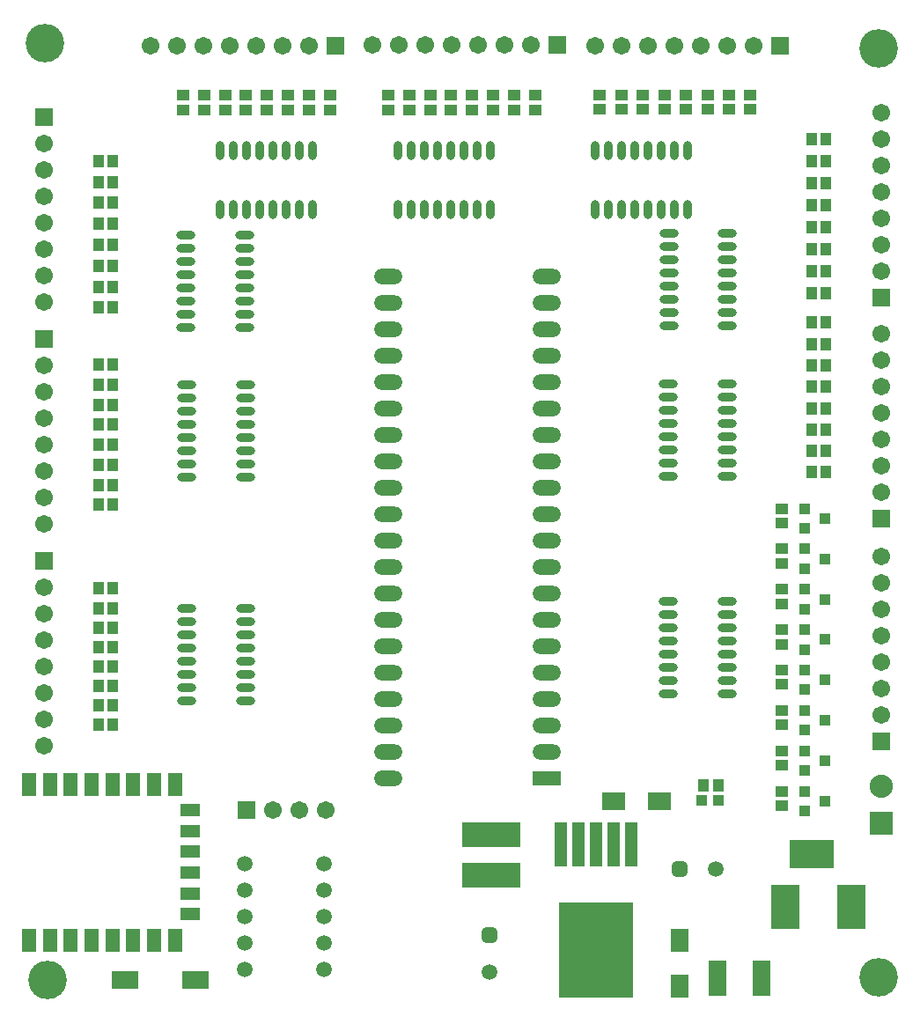
<source format=gts>
G04*
G04 #@! TF.GenerationSoftware,Altium Limited,Altium Designer,22.7.1 (60)*
G04*
G04 Layer_Color=8388736*
%FSLAX24Y24*%
%MOIN*%
G70*
G04*
G04 #@! TF.SameCoordinates,CA99F4AA-E310-4CAD-8695-46E652682A35*
G04*
G04*
G04 #@! TF.FilePolarity,Negative*
G04*
G01*
G75*
%ADD34R,0.0552X0.0867*%
%ADD35R,0.0749X0.0513*%
%ADD36O,0.0730X0.0316*%
%ADD37R,0.0986X0.0671*%
%ADD38R,0.0474X0.1655*%
%ADD39R,0.2836X0.3623*%
%ADD40R,0.0434X0.0395*%
%ADD41R,0.0454X0.0395*%
%ADD42R,0.0395X0.0395*%
%ADD43R,0.0395X0.0454*%
%ADD44R,0.0690X0.0907*%
%ADD45R,0.0690X0.1344*%
%ADD46R,0.0907X0.0690*%
%ADD47R,0.2245X0.0926*%
%ADD48O,0.0316X0.0730*%
%ADD49C,0.0880*%
%ADD50R,0.0880X0.0880*%
%ADD51C,0.0671*%
%ADD52R,0.0671X0.0671*%
%ADD53R,0.0671X0.0671*%
%ADD54R,0.1080X0.1680*%
%ADD55R,0.1680X0.1080*%
%ADD56C,0.1460*%
%ADD57R,0.1080X0.0580*%
%ADD58O,0.1080X0.0580*%
%ADD59C,0.0592*%
G04:AMPARAMS|DCode=60|XSize=59.2mil|YSize=59.2mil|CornerRadius=16.8mil|HoleSize=0mil|Usage=FLASHONLY|Rotation=180.000|XOffset=0mil|YOffset=0mil|HoleType=Round|Shape=RoundedRectangle|*
%AMROUNDEDRECTD60*
21,1,0.0592,0.0256,0,0,180.0*
21,1,0.0256,0.0592,0,0,180.0*
1,1,0.0336,-0.0128,0.0128*
1,1,0.0336,0.0128,0.0128*
1,1,0.0336,0.0128,-0.0128*
1,1,0.0336,-0.0128,-0.0128*
%
%ADD60ROUNDEDRECTD60*%
G04:AMPARAMS|DCode=61|XSize=59.2mil|YSize=59.2mil|CornerRadius=16.8mil|HoleSize=0mil|Usage=FLASHONLY|Rotation=90.000|XOffset=0mil|YOffset=0mil|HoleType=Round|Shape=RoundedRectangle|*
%AMROUNDEDRECTD61*
21,1,0.0592,0.0256,0,0,90.0*
21,1,0.0256,0.0592,0,0,90.0*
1,1,0.0336,0.0128,0.0128*
1,1,0.0336,0.0128,-0.0128*
1,1,0.0336,-0.0128,-0.0128*
1,1,0.0336,-0.0128,0.0128*
%
%ADD61ROUNDEDRECTD61*%
D34*
X24594Y15257D02*
D03*
X25382D02*
D03*
X26169D02*
D03*
X26956D02*
D03*
X27744D02*
D03*
X28531D02*
D03*
X29318D02*
D03*
X30106D02*
D03*
Y21163D02*
D03*
X29318D02*
D03*
X28531D02*
D03*
X27744D02*
D03*
X26956D02*
D03*
X26169D02*
D03*
X25382D02*
D03*
X24594D02*
D03*
D35*
X30696Y16242D02*
D03*
Y17029D02*
D03*
Y17816D02*
D03*
Y18604D02*
D03*
Y19391D02*
D03*
Y20178D02*
D03*
D36*
X51030Y24594D02*
D03*
Y25094D02*
D03*
Y25594D02*
D03*
Y26094D02*
D03*
Y26594D02*
D03*
Y27094D02*
D03*
Y27594D02*
D03*
Y28094D02*
D03*
X48805Y24594D02*
D03*
Y25094D02*
D03*
Y25594D02*
D03*
Y26094D02*
D03*
Y26594D02*
D03*
Y27094D02*
D03*
Y27594D02*
D03*
Y28094D02*
D03*
X30568Y27836D02*
D03*
Y27336D02*
D03*
Y26836D02*
D03*
Y26336D02*
D03*
Y25836D02*
D03*
Y25336D02*
D03*
Y24836D02*
D03*
Y24336D02*
D03*
X32792Y27836D02*
D03*
Y27336D02*
D03*
Y26836D02*
D03*
Y26336D02*
D03*
Y25836D02*
D03*
Y25336D02*
D03*
Y24836D02*
D03*
Y24336D02*
D03*
X48805Y36320D02*
D03*
Y35820D02*
D03*
Y35320D02*
D03*
Y34820D02*
D03*
Y34320D02*
D03*
Y33820D02*
D03*
Y33320D02*
D03*
Y32820D02*
D03*
X51030Y36320D02*
D03*
Y35820D02*
D03*
Y35320D02*
D03*
Y34820D02*
D03*
Y34320D02*
D03*
Y33820D02*
D03*
Y33320D02*
D03*
Y32820D02*
D03*
X30520Y41945D02*
D03*
Y41445D02*
D03*
Y40945D02*
D03*
Y40445D02*
D03*
Y39945D02*
D03*
Y39445D02*
D03*
Y38945D02*
D03*
Y38445D02*
D03*
X32745Y41945D02*
D03*
Y41445D02*
D03*
Y40945D02*
D03*
Y40445D02*
D03*
Y39945D02*
D03*
Y39445D02*
D03*
Y38945D02*
D03*
Y38445D02*
D03*
X30568Y36294D02*
D03*
Y35794D02*
D03*
Y35294D02*
D03*
Y34794D02*
D03*
Y34294D02*
D03*
Y33794D02*
D03*
Y33294D02*
D03*
Y32794D02*
D03*
X32792Y36294D02*
D03*
Y35794D02*
D03*
Y35294D02*
D03*
Y34794D02*
D03*
Y34294D02*
D03*
Y33794D02*
D03*
Y33294D02*
D03*
Y32794D02*
D03*
X48808Y42020D02*
D03*
Y41520D02*
D03*
Y41020D02*
D03*
Y40520D02*
D03*
Y40020D02*
D03*
Y39520D02*
D03*
Y39020D02*
D03*
Y38520D02*
D03*
X51032Y42020D02*
D03*
Y41520D02*
D03*
Y41020D02*
D03*
Y40520D02*
D03*
Y40020D02*
D03*
Y39520D02*
D03*
Y39020D02*
D03*
Y38520D02*
D03*
D37*
X30872Y13740D02*
D03*
X28234D02*
D03*
D38*
X47399Y18876D02*
D03*
X46730D02*
D03*
X46060D02*
D03*
X45391D02*
D03*
X44722D02*
D03*
D39*
X46060Y14884D02*
D03*
D40*
X53942Y30855D02*
D03*
Y31603D02*
D03*
X54729Y31229D02*
D03*
X53942Y29325D02*
D03*
Y30073D02*
D03*
X54729Y29699D02*
D03*
X53942Y27795D02*
D03*
Y28543D02*
D03*
X54729Y28169D02*
D03*
X53942Y26265D02*
D03*
Y27013D02*
D03*
X54729Y26639D02*
D03*
X53942Y24745D02*
D03*
Y25493D02*
D03*
X54729Y25119D02*
D03*
X53942Y23215D02*
D03*
Y23963D02*
D03*
X54729Y23589D02*
D03*
X53942Y21685D02*
D03*
Y22433D02*
D03*
X54729Y22059D02*
D03*
X53942Y20155D02*
D03*
Y20903D02*
D03*
X54729Y20529D02*
D03*
D41*
X53101Y21881D02*
D03*
Y22432D02*
D03*
Y23409D02*
D03*
Y23960D02*
D03*
Y24938D02*
D03*
Y25489D02*
D03*
Y27017D02*
D03*
Y26466D02*
D03*
Y28546D02*
D03*
Y27995D02*
D03*
Y30074D02*
D03*
Y29523D02*
D03*
Y31603D02*
D03*
Y31052D02*
D03*
X35184Y47247D02*
D03*
Y46696D02*
D03*
X35977Y47247D02*
D03*
Y46696D02*
D03*
X33597Y47247D02*
D03*
Y46696D02*
D03*
X34390Y47247D02*
D03*
Y46696D02*
D03*
X30422Y47247D02*
D03*
Y46696D02*
D03*
X32009Y47247D02*
D03*
Y46696D02*
D03*
X31216Y47247D02*
D03*
Y46696D02*
D03*
X32803Y47247D02*
D03*
Y46696D02*
D03*
X40571Y47247D02*
D03*
Y46696D02*
D03*
X42161Y47247D02*
D03*
Y46696D02*
D03*
X43751Y47247D02*
D03*
Y46696D02*
D03*
X38981Y47247D02*
D03*
Y46696D02*
D03*
X53101Y20352D02*
D03*
Y20903D02*
D03*
X47009Y46716D02*
D03*
Y47267D02*
D03*
X46193Y46716D02*
D03*
Y47267D02*
D03*
X51904Y46716D02*
D03*
Y47267D02*
D03*
X50272Y46716D02*
D03*
Y47267D02*
D03*
X49456Y46716D02*
D03*
Y47267D02*
D03*
X47825Y46716D02*
D03*
Y47267D02*
D03*
X48641Y46716D02*
D03*
Y47267D02*
D03*
X51088Y46716D02*
D03*
Y47267D02*
D03*
X38186Y46696D02*
D03*
Y47247D02*
D03*
X39776Y46696D02*
D03*
Y47247D02*
D03*
X41366Y46696D02*
D03*
Y47247D02*
D03*
X42956Y46696D02*
D03*
Y47247D02*
D03*
D42*
X50043Y20540D02*
D03*
X50673D02*
D03*
D43*
X50673Y21124D02*
D03*
X50121D02*
D03*
X27220Y44740D02*
D03*
X27771D02*
D03*
X27220Y43170D02*
D03*
X27771D02*
D03*
X27220Y43963D02*
D03*
X27771D02*
D03*
X27220Y42377D02*
D03*
X27771D02*
D03*
X27220Y40791D02*
D03*
X27771D02*
D03*
X27220Y39999D02*
D03*
X27771D02*
D03*
X27220Y41584D02*
D03*
X27771D02*
D03*
X27220Y39206D02*
D03*
X27771D02*
D03*
X54768Y38645D02*
D03*
X54217D02*
D03*
X27220Y26364D02*
D03*
X27771D02*
D03*
X27220Y25628D02*
D03*
X27771D02*
D03*
X27220Y27100D02*
D03*
X27771D02*
D03*
X27220Y24892D02*
D03*
X27771D02*
D03*
X27220Y28572D02*
D03*
X27771D02*
D03*
X27220Y23420D02*
D03*
X27771D02*
D03*
X27220Y24156D02*
D03*
X27771D02*
D03*
X27220Y36294D02*
D03*
X27771D02*
D03*
X27220Y35535D02*
D03*
X27771D02*
D03*
X27220Y37052D02*
D03*
X27771D02*
D03*
X27220Y32501D02*
D03*
X27771D02*
D03*
X27220Y33259D02*
D03*
X27771D02*
D03*
X27220Y34018D02*
D03*
X27771D02*
D03*
X27220Y31742D02*
D03*
X27771D02*
D03*
X27220Y27836D02*
D03*
X27771D02*
D03*
X27220Y34777D02*
D03*
X27771D02*
D03*
X54217Y32971D02*
D03*
X54768D02*
D03*
X54217Y33781D02*
D03*
X54768D02*
D03*
X54217Y36213D02*
D03*
X54768D02*
D03*
X54217Y37023D02*
D03*
X54768D02*
D03*
X54217Y35402D02*
D03*
X54768D02*
D03*
X54217Y34592D02*
D03*
X54768D02*
D03*
X54217Y37834D02*
D03*
X54768D02*
D03*
X54217Y43907D02*
D03*
X54768D02*
D03*
X54217Y43076D02*
D03*
X54768D02*
D03*
X54217Y39749D02*
D03*
X54768D02*
D03*
X54217Y41412D02*
D03*
X54768D02*
D03*
X54217Y40581D02*
D03*
X54768D02*
D03*
X54217Y42244D02*
D03*
X54768D02*
D03*
Y45570D02*
D03*
X54217D02*
D03*
Y44739D02*
D03*
X54768D02*
D03*
D44*
X49220Y15266D02*
D03*
Y13534D02*
D03*
D45*
X50654Y13819D02*
D03*
X52307D02*
D03*
D46*
X48462Y20529D02*
D03*
X46730D02*
D03*
D47*
X42077Y17735D02*
D03*
Y19250D02*
D03*
D48*
X46010Y42918D02*
D03*
X46510D02*
D03*
X47010D02*
D03*
X47510D02*
D03*
X48010D02*
D03*
X48510D02*
D03*
X49010D02*
D03*
X49510D02*
D03*
X46010Y45142D02*
D03*
X46510D02*
D03*
X47010D02*
D03*
X47510D02*
D03*
X48010D02*
D03*
X48510D02*
D03*
X49010D02*
D03*
X49510D02*
D03*
X38540Y42918D02*
D03*
X39040D02*
D03*
X39540D02*
D03*
X40040D02*
D03*
X40540D02*
D03*
X41040D02*
D03*
X41540D02*
D03*
X42040D02*
D03*
X38540Y45142D02*
D03*
X39040D02*
D03*
X39540D02*
D03*
X40040D02*
D03*
X40540D02*
D03*
X41040D02*
D03*
X41540D02*
D03*
X42040D02*
D03*
X35310D02*
D03*
X34810D02*
D03*
X34310D02*
D03*
X33810D02*
D03*
X33310D02*
D03*
X32810D02*
D03*
X32310D02*
D03*
X31810D02*
D03*
X35310Y42918D02*
D03*
X34810D02*
D03*
X34310D02*
D03*
X33810D02*
D03*
X33310D02*
D03*
X32810D02*
D03*
X32310D02*
D03*
X31810D02*
D03*
D49*
X56868Y21074D02*
D03*
D50*
Y19696D02*
D03*
D51*
X35810Y20180D02*
D03*
X34810D02*
D03*
X33810D02*
D03*
X25150Y31018D02*
D03*
Y32018D02*
D03*
Y34018D02*
D03*
Y36018D02*
D03*
Y37018D02*
D03*
Y35018D02*
D03*
Y33018D02*
D03*
X25170Y22628D02*
D03*
Y23628D02*
D03*
Y25628D02*
D03*
Y27628D02*
D03*
Y28628D02*
D03*
Y26628D02*
D03*
Y24628D02*
D03*
X25147Y41416D02*
D03*
Y43416D02*
D03*
Y45416D02*
D03*
Y44416D02*
D03*
Y42416D02*
D03*
Y40416D02*
D03*
Y39416D02*
D03*
X31184Y49136D02*
D03*
X33184D02*
D03*
X35184D02*
D03*
X34184D02*
D03*
X32184D02*
D03*
X30184D02*
D03*
X29184D02*
D03*
X39597Y49138D02*
D03*
X41597D02*
D03*
X43597D02*
D03*
X42597D02*
D03*
X40597D02*
D03*
X38597D02*
D03*
X37597D02*
D03*
X48009Y49136D02*
D03*
X50009D02*
D03*
X52009D02*
D03*
X51009D02*
D03*
X49009D02*
D03*
X47009D02*
D03*
X46009D02*
D03*
X56868Y27803D02*
D03*
Y25803D02*
D03*
Y23803D02*
D03*
Y24803D02*
D03*
Y26803D02*
D03*
Y28803D02*
D03*
Y29803D02*
D03*
Y36213D02*
D03*
Y34213D02*
D03*
Y32213D02*
D03*
Y33213D02*
D03*
Y35213D02*
D03*
Y37213D02*
D03*
Y38213D02*
D03*
X56862Y44581D02*
D03*
Y42581D02*
D03*
Y40581D02*
D03*
Y41581D02*
D03*
Y43581D02*
D03*
Y45581D02*
D03*
Y46581D02*
D03*
D52*
X32810Y20180D02*
D03*
X36184Y49136D02*
D03*
X44597Y49138D02*
D03*
X53009Y49136D02*
D03*
D53*
X25150Y38018D02*
D03*
X25170Y29628D02*
D03*
X25147Y46416D02*
D03*
X56868Y22803D02*
D03*
Y31213D02*
D03*
X56862Y39581D02*
D03*
D54*
X53207Y16516D02*
D03*
X55707D02*
D03*
D55*
X54207Y18516D02*
D03*
D56*
X56753Y13848D02*
D03*
X25288Y13740D02*
D03*
X56744Y49018D02*
D03*
X25193Y49215D02*
D03*
D57*
X44200Y21380D02*
D03*
D58*
Y22380D02*
D03*
Y23380D02*
D03*
Y24380D02*
D03*
Y25380D02*
D03*
Y26380D02*
D03*
Y27380D02*
D03*
Y28380D02*
D03*
Y29380D02*
D03*
Y30380D02*
D03*
Y31380D02*
D03*
Y32380D02*
D03*
Y33380D02*
D03*
Y34380D02*
D03*
Y35380D02*
D03*
Y36380D02*
D03*
Y37380D02*
D03*
Y38380D02*
D03*
Y39380D02*
D03*
Y40380D02*
D03*
X38200Y21380D02*
D03*
Y22380D02*
D03*
Y23380D02*
D03*
Y24380D02*
D03*
Y25380D02*
D03*
Y26380D02*
D03*
Y27380D02*
D03*
Y28380D02*
D03*
Y29380D02*
D03*
Y30380D02*
D03*
Y31380D02*
D03*
Y32380D02*
D03*
Y33380D02*
D03*
Y34380D02*
D03*
Y35380D02*
D03*
Y36380D02*
D03*
Y37380D02*
D03*
Y38380D02*
D03*
Y39380D02*
D03*
Y40380D02*
D03*
D59*
X32740Y16150D02*
D03*
Y17150D02*
D03*
Y18150D02*
D03*
Y15150D02*
D03*
Y14150D02*
D03*
X35740D02*
D03*
Y15150D02*
D03*
Y16150D02*
D03*
Y17150D02*
D03*
Y18150D02*
D03*
X50592Y17952D02*
D03*
X42020Y14066D02*
D03*
D60*
X49214Y17952D02*
D03*
D61*
X42020Y15444D02*
D03*
M02*

</source>
